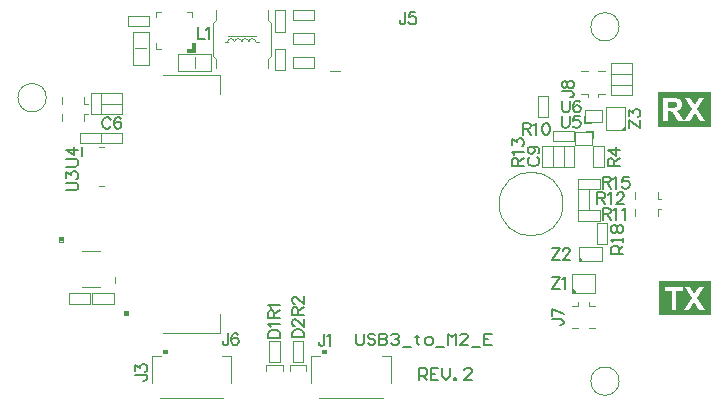
<source format=gto>
G04*
G04 #@! TF.GenerationSoftware,Altium Limited,Altium Designer,20.1.12 (249)*
G04*
G04 Layer_Color=65535*
%FSLAX44Y44*%
%MOMM*%
G71*
G04*
G04 #@! TF.SameCoordinates,A9FEEA33-96DE-4984-9D73-42BCD588803D*
G04*
G04*
G04 #@! TF.FilePolarity,Positive*
G04*
G01*
G75*
%ADD10C,0.1000*%
%ADD11C,0.2000*%
%ADD12C,0.1500*%
%ADD13R,0.3000X0.3000*%
%ADD14R,0.3500X0.4000*%
G36*
X171000Y299000D02*
Y301500D01*
X175500D01*
Y306000D01*
X178000D01*
Y299000D01*
X171000D01*
D02*
G37*
G36*
X500500Y95000D02*
X497000D01*
Y98500D01*
X500500Y95000D01*
D02*
G37*
G36*
X502750Y124775D02*
X505750Y121775D01*
X502750Y121775D01*
Y124775D01*
D02*
G37*
G36*
X542000Y236000D02*
Y232500D01*
X538500D01*
X542000Y236000D01*
D02*
G37*
G36*
X614534Y75618D02*
X571055D01*
Y104629D01*
X614534D01*
Y75618D01*
D02*
G37*
G36*
X614802Y235399D02*
X569523D01*
Y264606D01*
X614802D01*
Y235399D01*
D02*
G37*
%LPC*%
G36*
X609634Y99727D02*
X592389D01*
X598337Y90542D01*
X591776Y80520D01*
X596425D01*
X600699Y87155D01*
X604960Y80520D01*
X609634D01*
X603073Y90392D01*
X609047Y99727D01*
X609634D01*
D01*
D02*
G37*
G36*
X591776D02*
D01*
Y80520D01*
Y99727D01*
D02*
G37*
G36*
X591227D02*
X575955D01*
Y80520D01*
Y96478D01*
X581654D01*
Y80520D01*
X591227D01*
X585528D01*
Y96478D01*
X591227D01*
Y99727D01*
D02*
G37*
%LPD*%
G36*
X600774Y93554D02*
X596925Y99727D01*
X604548D01*
X600774Y93554D01*
D02*
G37*
%LPC*%
G36*
X609802Y259606D02*
X591944D01*
D01*
X592556D01*
X598505Y250421D01*
X591944Y240399D01*
X596593D01*
X600867Y247034D01*
X605128Y240399D01*
X609802D01*
X603241Y250271D01*
X609214Y259606D01*
X609802D01*
D02*
G37*
G36*
X591794D02*
X574523D01*
Y240399D01*
X578397D01*
Y248409D01*
X579422D01*
X579647Y248396D01*
X579859Y248384D01*
X580059Y248372D01*
X580234Y248359D01*
X580384Y248347D01*
X580534Y248322D01*
X580659Y248309D01*
X580772Y248284D01*
X580872Y248259D01*
X580947Y248247D01*
X581021Y248234D01*
X581072Y248222D01*
X581109Y248209D01*
X581121Y248197D01*
X581134D01*
X581359Y248097D01*
X581584Y247984D01*
X581784Y247847D01*
X581959Y247722D01*
X582096Y247597D01*
X582209Y247497D01*
X582284Y247422D01*
X582309Y247409D01*
Y247397D01*
X582421Y247272D01*
X582559Y247109D01*
X582696Y246922D01*
X582859Y246709D01*
X583021Y246485D01*
X583196Y246247D01*
X583533Y245760D01*
X583696Y245535D01*
X583846Y245310D01*
X583983Y245110D01*
X584108Y244935D01*
X584208Y244785D01*
X584283Y244673D01*
X584333Y244597D01*
X584346Y244585D01*
Y244573D01*
X587158Y240399D01*
X591794D01*
X589444Y244135D01*
X589194Y244548D01*
X588957Y244910D01*
X588720Y245260D01*
X588520Y245572D01*
X588320Y245860D01*
X588132Y246110D01*
X587970Y246335D01*
X587820Y246547D01*
X587682Y246709D01*
X587570Y246859D01*
X587470Y246984D01*
X587382Y247084D01*
X587320Y247159D01*
X587270Y247222D01*
X587245Y247247D01*
X587233Y247259D01*
X586908Y247584D01*
X586570Y247884D01*
X586220Y248159D01*
X585895Y248396D01*
X585745Y248496D01*
X585595Y248596D01*
X585470Y248671D01*
X585370Y248746D01*
X585283Y248796D01*
X585208Y248834D01*
X585171Y248859D01*
X585158Y248871D01*
X585620Y248946D01*
X586045Y249046D01*
X586445Y249171D01*
X586820Y249296D01*
X587158Y249446D01*
X587470Y249596D01*
X587757Y249746D01*
X588007Y249896D01*
X588232Y250046D01*
X588420Y250184D01*
X588582Y250308D01*
X588720Y250421D01*
X588820Y250508D01*
X588895Y250583D01*
X588945Y250634D01*
X588957Y250646D01*
X589182Y250921D01*
X589382Y251208D01*
X589544Y251496D01*
X589694Y251796D01*
X589819Y252096D01*
X589919Y252395D01*
X590007Y252683D01*
X590069Y252958D01*
X590119Y253220D01*
X590169Y253458D01*
X590194Y253670D01*
X590207Y253858D01*
X590219Y254008D01*
X590232Y254120D01*
Y254195D01*
Y254220D01*
X590219Y254533D01*
X590194Y254832D01*
X590157Y255132D01*
X590107Y255407D01*
X590032Y255670D01*
X589969Y255920D01*
X589894Y256157D01*
X589819Y256369D01*
X589732Y256569D01*
X589657Y256732D01*
X589594Y256882D01*
X589532Y257007D01*
X589469Y257107D01*
X589432Y257182D01*
X589407Y257232D01*
X589394Y257244D01*
X589232Y257482D01*
X589057Y257707D01*
X588882Y257907D01*
X588695Y258094D01*
X588507Y258256D01*
X588320Y258407D01*
X588132Y258544D01*
X587957Y258656D01*
X587795Y258756D01*
X587645Y258844D01*
X587507Y258919D01*
X587395Y258981D01*
X587295Y259031D01*
X587220Y259056D01*
X587170Y259081D01*
X587158D01*
X586883Y259169D01*
X586570Y259256D01*
X586233Y259331D01*
X585870Y259381D01*
X585133Y259481D01*
X584758Y259519D01*
X584396Y259544D01*
X584058Y259569D01*
X583733Y259581D01*
X583446Y259594D01*
X583184D01*
X583071Y259606D01*
X591794D01*
D01*
D02*
G37*
%LPD*%
G36*
X600941Y253433D02*
X597092Y259606D01*
X604715D01*
X600941Y253433D01*
D02*
G37*
G36*
X582871Y256345D02*
X583134D01*
X583358Y256332D01*
X583733D01*
X583871Y256320D01*
X583983D01*
X584071Y256307D01*
X584146D01*
X584196Y256294D01*
X584258D01*
X584596Y256220D01*
X584883Y256107D01*
X585133Y255982D01*
X585345Y255857D01*
X585508Y255732D01*
X585620Y255632D01*
X585695Y255557D01*
X585720Y255545D01*
Y255532D01*
X585895Y255295D01*
X586020Y255045D01*
X586108Y254782D01*
X586170Y254533D01*
X586208Y254307D01*
X586220Y254220D01*
Y254133D01*
X586233Y254070D01*
Y254008D01*
Y253983D01*
Y253970D01*
X586220Y253658D01*
X586170Y253383D01*
X586108Y253133D01*
X586045Y252933D01*
X585970Y252758D01*
X585908Y252633D01*
X585883Y252596D01*
X585858Y252558D01*
X585845Y252546D01*
Y252533D01*
X585683Y252333D01*
X585508Y252158D01*
X585333Y252021D01*
X585158Y251908D01*
X584995Y251821D01*
X584871Y251771D01*
X584821Y251746D01*
X584783Y251733D01*
X584771Y251721D01*
X584758D01*
X584608Y251683D01*
X584408Y251646D01*
X584171Y251608D01*
X583921Y251583D01*
X583646Y251558D01*
X583346Y251546D01*
X582759Y251508D01*
X582459D01*
X582196Y251496D01*
X581934D01*
X581721Y251483D01*
X578397D01*
Y256357D01*
X582571D01*
X582871Y256345D01*
D02*
G37*
D10*
X211500Y307000D02*
G03*
X205500Y307000I-3000J0D01*
G01*
X217500D02*
G03*
X211500Y307000I-3000J0D01*
G01*
X229500D02*
G03*
X223500Y307000I-3000J0D01*
G01*
D02*
G03*
X217500Y307000I-3000J0D01*
G01*
X489500Y170000D02*
G03*
X489500Y170000I-27000J0D01*
G01*
X537000Y20000D02*
G03*
X537000Y20000I-12000J0D01*
G01*
Y320000D02*
G03*
X537000Y320000I-12000J0D01*
G01*
X52000Y260000D02*
G03*
X52000Y260000I-12000J0D01*
G01*
X569500Y160000D02*
Y165500D01*
X572500D01*
X550500Y174500D02*
Y180000D01*
Y160000D02*
Y165500D01*
X569500Y174500D02*
Y180000D01*
Y174500D02*
X572500D01*
X245500Y316000D02*
X254500D01*
Y334000D01*
X245500Y316000D02*
Y334000D01*
X254500D01*
X205500Y312000D02*
X229500D01*
X229500Y307000D02*
X232000D01*
X203000D02*
X205500D01*
X193000Y295500D02*
Y323500D01*
X242000Y295500D02*
Y323500D01*
X193000D02*
X195500Y326000D01*
Y334000D01*
X193000Y295500D02*
X195500Y293000D01*
Y285000D02*
Y293000D01*
X239500D02*
X242000Y295500D01*
X239500Y285000D02*
Y293000D01*
Y326000D02*
X242000Y323500D01*
X239500Y326000D02*
Y334000D01*
X175500Y306000D02*
X178000D01*
Y299000D02*
Y306000D01*
X171000Y299000D02*
X178000D01*
X171000D02*
Y301500D01*
Y332500D02*
X175500D01*
Y328000D02*
Y332500D01*
X144500D02*
X149000D01*
X144500Y328000D02*
Y332500D01*
Y301500D02*
X149000D01*
X144500D02*
Y306000D01*
X171000Y301500D02*
X175500D01*
Y306000D01*
X245500Y301500D02*
X254500D01*
X245500Y283500D02*
Y301500D01*
X254500Y283500D02*
Y301500D01*
X245500Y283500D02*
X254500D01*
X261000Y285500D02*
X279000D01*
Y294500D01*
X261000Y285500D02*
Y294500D01*
X279000Y294500D01*
X261000Y314500D02*
X279000Y314500D01*
X261000Y305500D02*
Y314500D01*
X279000Y305500D02*
Y314500D01*
X261000Y305500D02*
X279000D01*
Y325500D02*
Y334500D01*
X261000Y325500D02*
X279000D01*
X261000Y334500D02*
X279000D01*
X261000Y325500D02*
Y334500D01*
X208500Y18500D02*
Y41500D01*
X201000D02*
X208500D01*
X148000Y6000D02*
X202000D01*
X141500Y18500D02*
Y41500D01*
X149000D01*
X154000Y43500D02*
Y46500D01*
X151000D02*
X152500D01*
X151000Y43500D02*
X154000D01*
X151000D02*
Y46500D01*
X154000D01*
X152500D02*
X154000D01*
X343500Y18500D02*
Y41500D01*
X336000D02*
X343500D01*
X283000Y6000D02*
X337000D01*
X276500Y18500D02*
Y41500D01*
X284000D01*
X289000Y43500D02*
Y46500D01*
X286000D02*
X287500D01*
X286000Y43500D02*
X289000D01*
X286000D02*
Y46500D01*
X289000D01*
X287500D02*
X289000D01*
X468000Y261500D02*
X477000D01*
Y243500D02*
Y261500D01*
X468000Y243500D02*
Y261500D01*
Y243500D02*
X477000D01*
X258000Y34000D02*
X272000D01*
X258000Y29000D02*
Y34000D01*
X272000Y29000D02*
Y34000D01*
X238000D02*
X252000D01*
X238000Y29000D02*
Y34000D01*
X252000Y29000D02*
Y34000D01*
X518000Y136000D02*
X527000D01*
X518000D02*
Y154000D01*
X527000Y136000D02*
Y154000D01*
X518000D02*
X527000D01*
X497000Y95000D02*
Y111000D01*
X517000D01*
Y95000D02*
Y111000D01*
X497000Y95000D02*
X517000D01*
X497000Y98500D02*
X500500Y95000D01*
X526000Y232500D02*
X542000D01*
X526000D02*
Y252500D01*
X542000D01*
Y232500D02*
Y252500D01*
X538500Y232500D02*
X542000Y236000D01*
X502750Y133775D02*
X522750D01*
X502750Y121775D02*
Y133775D01*
X522750Y121775D02*
Y133775D01*
X502750Y121775D02*
X522750D01*
X502750Y124775D02*
X505750Y121775D01*
X84000Y255000D02*
X87000Y255000D01*
X84000Y255000D02*
Y260500D01*
Y246000D02*
X87000Y246000D01*
X84000Y240500D02*
Y246000D01*
X65000Y255000D02*
Y260500D01*
X65000Y240500D02*
Y246000D01*
X121000Y329500D02*
X139000D01*
Y320500D02*
Y329500D01*
X121000Y320500D02*
X139000D01*
X121000D02*
Y329500D01*
X110500Y103000D02*
Y108000D01*
X82500Y100000D02*
X97500D01*
X82500Y130000D02*
X97500D01*
X81500Y211000D02*
X82000D01*
X81500Y218000D02*
X82000D01*
Y211000D02*
Y218000D01*
X96500Y185000D02*
X100500D01*
X96500Y218000D02*
X100500D01*
X81500Y211000D02*
Y218000D01*
X118000Y76000D02*
X121000D01*
X118000D02*
Y79000D01*
X121000D01*
Y76000D02*
Y79000D01*
X150500Y60500D02*
X199500D01*
X150500Y279500D02*
X199500D01*
Y60500D02*
Y76500D01*
Y263500D02*
Y279500D01*
X530000Y262000D02*
Y271000D01*
Y262000D02*
X548000D01*
Y271000D01*
X530000D02*
X548000D01*
X530000Y271000D02*
Y280000D01*
X548000D01*
X530000Y271000D02*
X548000D01*
Y280000D01*
X548000Y280000D02*
Y289000D01*
X530000Y280000D02*
X548000D01*
X530000Y289000D02*
X548000D01*
X530000Y280000D02*
Y289000D01*
X515000Y201500D02*
X524000D01*
Y219500D01*
X515000Y201500D02*
Y219500D01*
X524000D01*
X513000Y239250D02*
X513000Y238500D01*
X507000Y244500D02*
X507500D01*
X507000Y238500D02*
X513000D01*
X507000D02*
Y244500D01*
X507750Y239250D02*
Y249750D01*
Y239250D02*
X522250D01*
Y249750D01*
X507750D02*
X522250D01*
X499750Y220250D02*
X514250D01*
Y230750D01*
X499750Y220250D02*
Y230750D01*
X514500Y225500D02*
X515000D01*
X499750Y230750D02*
X514250D01*
X515000Y225500D02*
X515000Y231500D01*
X509000D02*
X515000D01*
X509000D02*
X509000Y230750D01*
X499000Y223000D02*
Y232000D01*
X481000Y232000D02*
X499000Y232000D01*
X481000Y223000D02*
X499000Y223000D01*
X481000Y223000D02*
Y232000D01*
X490000Y219500D02*
X499000D01*
X490000D02*
X490000Y201500D01*
X499000D01*
Y219500D01*
X481000D02*
X490000D01*
X490000Y201500D01*
X481000D02*
X481000Y219500D01*
X481000Y201500D02*
X490000D01*
X472000Y201500D02*
X481000Y201500D01*
X472000Y201500D02*
Y219500D01*
X481000D02*
X481000Y201500D01*
X472000Y219500D02*
X481000D01*
X519500Y260500D02*
Y263500D01*
X525000D01*
X505000Y282500D02*
X510500D01*
X519500D02*
X525000D01*
X510500Y260500D02*
Y263500D01*
X505000D02*
X510500D01*
X502500Y182500D02*
Y191500D01*
Y182500D02*
X520500D01*
X502500Y191500D02*
X520500D01*
X520500Y182500D02*
X520500Y191500D01*
X502500Y164500D02*
Y182500D01*
Y164500D02*
X511500D01*
X502500Y182500D02*
X511500D01*
Y164500D02*
Y182500D01*
X502500Y155500D02*
Y164500D01*
Y155500D02*
X520500D01*
X502500Y164500D02*
X520500Y164500D01*
Y155500D02*
Y164500D01*
X511500Y65000D02*
X517000D01*
X497000D02*
X502500D01*
X511500Y84000D02*
X517000D01*
X511500D02*
Y87000D01*
X497000Y84000D02*
X502500D01*
Y87000D01*
X260500Y36000D02*
Y54000D01*
Y36000D02*
X269500D01*
X260500Y54000D02*
X269500D01*
Y36000D02*
Y54000D01*
X240500Y36000D02*
Y54000D01*
Y36000D02*
X249500D01*
X240500Y54000D02*
X249500D01*
Y36000D02*
Y54000D01*
X91000Y85500D02*
Y94500D01*
Y85500D02*
X109000D01*
Y94500D01*
X91000D02*
X109000D01*
X89000Y85500D02*
Y94500D01*
X71000D02*
X89000D01*
X71000Y85500D02*
Y94500D01*
Y85500D02*
X89000D01*
X163500Y297000D02*
X191500D01*
X163500Y283000D02*
Y297000D01*
X191500Y283000D02*
Y297000D01*
X163500Y283000D02*
X191500D01*
X177500Y285500D02*
Y294500D01*
X292000Y283000D02*
X301000D01*
X98500Y221500D02*
Y230500D01*
Y221500D02*
X116500D01*
X98500Y230500D02*
X116500D01*
Y221500D02*
Y230500D01*
X80500Y221500D02*
Y230500D01*
Y221500D02*
X98500D01*
X80500Y230500D02*
X98500D01*
Y221500D02*
Y230500D01*
X124999Y287954D02*
Y315954D01*
Y287954D02*
X138999D01*
X124999Y315954D02*
X138999D01*
Y287954D02*
Y315954D01*
X127499Y301954D02*
X136499D01*
X98500Y246000D02*
X98500Y255000D01*
X98500Y246000D02*
X116500D01*
Y255000D01*
X98500D02*
X116500D01*
X98500D02*
X98500Y264000D01*
X98500Y255000D02*
X116500D01*
X116500Y264000D01*
X98500D02*
X116500D01*
X89500Y264000D02*
X89500Y246000D01*
X98500D01*
X89500Y264000D02*
X98500D01*
Y246000D02*
Y264000D01*
X62500Y142000D02*
X66000D01*
X62500Y138000D02*
Y142000D01*
X66000Y138000D02*
Y142000D01*
X62500Y138000D02*
X66000D01*
D11*
X367371Y20848D02*
Y30845D01*
X372370D01*
X374036Y29179D01*
Y25847D01*
X372370Y24181D01*
X367371D01*
X370704D02*
X374036Y20848D01*
X384033Y30845D02*
X377368D01*
Y20848D01*
X384033D01*
X377368Y25847D02*
X380700D01*
X387365Y30845D02*
Y24181D01*
X390697Y20848D01*
X394030Y24181D01*
Y30845D01*
X397362Y20848D02*
Y22515D01*
X399028D01*
Y20848D01*
X397362D01*
X412357D02*
X405692D01*
X412357Y27513D01*
Y29179D01*
X410691Y30845D01*
X407359D01*
X405692Y29179D01*
X314018Y60332D02*
Y52001D01*
X315685Y50335D01*
X319017D01*
X320683Y52001D01*
Y60332D01*
X330680Y58665D02*
X329014Y60332D01*
X325681D01*
X324015Y58665D01*
Y56999D01*
X325681Y55333D01*
X329014D01*
X330680Y53667D01*
Y52001D01*
X329014Y50335D01*
X325681D01*
X324015Y52001D01*
X334012Y60332D02*
Y50335D01*
X339011D01*
X340677Y52001D01*
Y53667D01*
X339011Y55333D01*
X334012D01*
X339011D01*
X340677Y56999D01*
Y58665D01*
X339011Y60332D01*
X334012D01*
X344009Y58665D02*
X345675Y60332D01*
X349007D01*
X350673Y58665D01*
Y56999D01*
X349007Y55333D01*
X347341D01*
X349007D01*
X350673Y53667D01*
Y52001D01*
X349007Y50335D01*
X345675D01*
X344009Y52001D01*
X354006Y48668D02*
X360670D01*
X365669Y58665D02*
Y56999D01*
X364002D01*
X367335D01*
X365669D01*
Y52001D01*
X367335Y50335D01*
X373999D02*
X377332D01*
X378998Y52001D01*
Y55333D01*
X377332Y56999D01*
X373999D01*
X372333Y55333D01*
Y52001D01*
X373999Y50335D01*
X382330Y48668D02*
X388994D01*
X392327Y50335D02*
Y60332D01*
X395659Y56999D01*
X398991Y60332D01*
Y50335D01*
X408988D02*
X402323D01*
X408988Y56999D01*
Y58665D01*
X407322Y60332D01*
X403989D01*
X402323Y58665D01*
X412320Y48668D02*
X418985D01*
X428982Y60332D02*
X422317D01*
Y50335D01*
X428982D01*
X422317Y55333D02*
X425649D01*
D12*
X539998Y127504D02*
X530002D01*
Y132502D01*
X531668Y134169D01*
X535000D01*
X536666Y132502D01*
Y127504D01*
Y130836D02*
X539998Y134169D01*
Y137501D02*
Y140833D01*
Y139167D01*
X530002D01*
X531668Y137501D01*
Y145831D02*
X530002Y147498D01*
Y150830D01*
X531668Y152496D01*
X533334D01*
X535000Y150830D01*
X536666Y152496D01*
X538332D01*
X539998Y150830D01*
Y147498D01*
X538332Y145831D01*
X536666D01*
X535000Y147498D01*
X533334Y145831D01*
X531668D01*
X535000Y147498D02*
Y150830D01*
X69001Y201716D02*
X76142D01*
X77571Y202192D01*
X78523Y203144D01*
X78999Y204573D01*
Y205525D01*
X78523Y206953D01*
X77571Y207905D01*
X76142Y208381D01*
X69001D01*
Y215903D02*
X75666Y211143D01*
Y218284D01*
X69001Y215903D02*
X78999D01*
X356012Y332185D02*
Y324567D01*
X355536Y323139D01*
X355060Y322663D01*
X354108Y322187D01*
X353156D01*
X352204Y322663D01*
X351728Y323139D01*
X351251Y324567D01*
Y325520D01*
X364296Y332185D02*
X359535D01*
X359059Y327900D01*
X359535Y328376D01*
X360964Y328852D01*
X362392D01*
X363820Y328376D01*
X364772Y327424D01*
X365248Y325996D01*
Y325043D01*
X364772Y323615D01*
X363820Y322663D01*
X362392Y322187D01*
X360964D01*
X359535Y322663D01*
X359059Y323139D01*
X358583Y324091D01*
X69001Y181454D02*
X76142D01*
X77571Y181930D01*
X78523Y182882D01*
X78999Y184311D01*
Y185263D01*
X78523Y186691D01*
X77571Y187643D01*
X76142Y188119D01*
X69001D01*
Y191833D02*
Y197070D01*
X72810Y194213D01*
Y195642D01*
X73286Y196594D01*
X73762Y197070D01*
X75190Y197546D01*
X76142D01*
X77571Y197070D01*
X78523Y196118D01*
X78999Y194689D01*
Y193261D01*
X78523Y191833D01*
X78047Y191357D01*
X77095Y190881D01*
X545001Y241381D02*
X554999Y234716D01*
X545001D02*
Y241381D01*
X554999Y234716D02*
Y241381D01*
X545001Y244571D02*
Y249808D01*
X548810Y246951D01*
Y248380D01*
X549286Y249332D01*
X549762Y249808D01*
X551190Y250284D01*
X552142D01*
X553571Y249808D01*
X554523Y248856D01*
X554999Y247428D01*
Y245999D01*
X554523Y244571D01*
X554047Y244095D01*
X553095Y243619D01*
X486912Y132820D02*
X480247Y122822D01*
Y132820D02*
X486912D01*
X480247Y122822D02*
X486912D01*
X489626Y130440D02*
Y130916D01*
X490102Y131868D01*
X490578Y132344D01*
X491530Y132820D01*
X493434D01*
X494386Y132344D01*
X494863Y131868D01*
X495339Y130916D01*
Y129964D01*
X494863Y129011D01*
X493910Y127583D01*
X489149Y122822D01*
X495815D01*
X486639Y108295D02*
X479974Y98297D01*
Y108295D02*
X486639D01*
X479974Y98297D02*
X486639D01*
X488877Y106391D02*
X489829Y106867D01*
X491257Y108295D01*
Y98297D01*
X488692Y257499D02*
Y250358D01*
X489168Y248929D01*
X490120Y247977D01*
X491549Y247501D01*
X492501D01*
X493929Y247977D01*
X494881Y248929D01*
X495357Y250358D01*
Y257499D01*
X503832Y256071D02*
X503356Y257023D01*
X501927Y257499D01*
X500975D01*
X499547Y257023D01*
X498595Y255595D01*
X498119Y253214D01*
Y250834D01*
X498595Y248929D01*
X499547Y247977D01*
X500975Y247501D01*
X501451D01*
X502880Y247977D01*
X503832Y248929D01*
X504308Y250358D01*
Y250834D01*
X503832Y252262D01*
X502880Y253214D01*
X501451Y253690D01*
X500975D01*
X499547Y253214D01*
X498595Y252262D01*
X498119Y250834D01*
X488454Y244499D02*
Y237358D01*
X488930Y235929D01*
X489882Y234977D01*
X491311Y234501D01*
X492263D01*
X493691Y234977D01*
X494643Y235929D01*
X495119Y237358D01*
Y244499D01*
X503594D02*
X498833D01*
X498357Y240214D01*
X498833Y240690D01*
X500261Y241166D01*
X501689D01*
X503118Y240690D01*
X504070Y239738D01*
X504546Y238310D01*
Y237358D01*
X504070Y235929D01*
X503118Y234977D01*
X501689Y234501D01*
X500261D01*
X498833Y234977D01*
X498357Y235453D01*
X497881Y236405D01*
X523050Y192999D02*
Y183001D01*
Y192999D02*
X527335D01*
X528763Y192523D01*
X529239Y192047D01*
X529715Y191095D01*
Y190142D01*
X529239Y189190D01*
X528763Y188714D01*
X527335Y188238D01*
X523050D01*
X526383D02*
X529715Y183001D01*
X531953Y191095D02*
X532905Y191571D01*
X534333Y192999D01*
Y183001D01*
X544998Y192999D02*
X540237D01*
X539761Y188714D01*
X540237Y189190D01*
X541665Y189666D01*
X543093D01*
X544522Y189190D01*
X545474Y188238D01*
X545950Y186810D01*
Y185858D01*
X545474Y184429D01*
X544522Y183477D01*
X543093Y183001D01*
X541665D01*
X540237Y183477D01*
X539761Y183953D01*
X539285Y184905D01*
X446501Y202550D02*
X456499D01*
X446501D02*
Y206835D01*
X446977Y208263D01*
X447453Y208739D01*
X448405Y209215D01*
X449358D01*
X450310Y208739D01*
X450786Y208263D01*
X451262Y206835D01*
Y202550D01*
Y205883D02*
X456499Y209215D01*
X448405Y211453D02*
X447929Y212405D01*
X446501Y213833D01*
X456499D01*
X446501Y219737D02*
Y224974D01*
X450310Y222117D01*
Y223546D01*
X450786Y224498D01*
X451262Y224974D01*
X452690Y225450D01*
X453642D01*
X455071Y224974D01*
X456023Y224022D01*
X456499Y222593D01*
Y221165D01*
X456023Y219737D01*
X455547Y219261D01*
X454595Y218785D01*
X518515Y179715D02*
Y169717D01*
Y179715D02*
X522800D01*
X524228Y179239D01*
X524704Y178763D01*
X525180Y177810D01*
Y176858D01*
X524704Y175906D01*
X524228Y175430D01*
X522800Y174954D01*
X518515D01*
X521848D02*
X525180Y169717D01*
X527418Y177810D02*
X528370Y178287D01*
X529798Y179715D01*
Y169717D01*
X535226Y177334D02*
Y177810D01*
X535702Y178763D01*
X536178Y179239D01*
X537130Y179715D01*
X539035D01*
X539987Y179239D01*
X540463Y178763D01*
X540939Y177810D01*
Y176858D01*
X540463Y175906D01*
X539511Y174478D01*
X534750Y169717D01*
X541415D01*
X523055Y166382D02*
Y156384D01*
Y166382D02*
X527340D01*
X528768Y165906D01*
X529244Y165429D01*
X529720Y164477D01*
Y163525D01*
X529244Y162573D01*
X528768Y162097D01*
X527340Y161621D01*
X523055D01*
X526388D02*
X529720Y156384D01*
X531958Y164477D02*
X532910Y164953D01*
X534338Y166382D01*
Y156384D01*
X539290Y164477D02*
X540242Y164953D01*
X541670Y166382D01*
Y156384D01*
X455550Y238499D02*
Y228501D01*
Y238499D02*
X459835D01*
X461263Y238023D01*
X461739Y237547D01*
X462215Y236595D01*
Y235642D01*
X461739Y234690D01*
X461263Y234214D01*
X459835Y233738D01*
X455550D01*
X458883D02*
X462215Y228501D01*
X464453Y236595D02*
X465405Y237071D01*
X466833Y238499D01*
Y228501D01*
X474641Y238499D02*
X473213Y238023D01*
X472261Y236595D01*
X471785Y234214D01*
Y232786D01*
X472261Y230405D01*
X473213Y228977D01*
X474641Y228501D01*
X475593D01*
X477022Y228977D01*
X477974Y230405D01*
X478450Y232786D01*
Y234214D01*
X477974Y236595D01*
X477022Y238023D01*
X475593Y238499D01*
X474641D01*
X527501Y201978D02*
X537499D01*
X527501D02*
Y206263D01*
X527977Y207691D01*
X528453Y208167D01*
X529405Y208643D01*
X530358D01*
X531310Y208167D01*
X531786Y207691D01*
X532262Y206263D01*
Y201978D01*
Y205311D02*
X537499Y208643D01*
X527501Y215642D02*
X534166Y210881D01*
Y218022D01*
X527501Y215642D02*
X537499D01*
X260001Y76216D02*
X269999D01*
X260001D02*
Y80501D01*
X260477Y81929D01*
X260953Y82405D01*
X261905Y82881D01*
X262858D01*
X263810Y82405D01*
X264286Y81929D01*
X264762Y80501D01*
Y76216D01*
Y79549D02*
X269999Y82881D01*
X262381Y85595D02*
X261905D01*
X260953Y86071D01*
X260477Y86547D01*
X260001Y87499D01*
Y89404D01*
X260477Y90356D01*
X260953Y90832D01*
X261905Y91308D01*
X262858D01*
X263810Y90832D01*
X265238Y89880D01*
X269999Y85119D01*
Y91784D01*
X240001Y73358D02*
X249999D01*
X240001D02*
Y77643D01*
X240477Y79071D01*
X240953Y79548D01*
X241905Y80024D01*
X242858D01*
X243810Y79548D01*
X244286Y79071D01*
X244762Y77643D01*
Y73358D01*
Y76691D02*
X249999Y80024D01*
X241905Y82261D02*
X241429Y83213D01*
X240001Y84642D01*
X249999D01*
X180406Y319499D02*
Y309501D01*
X186119D01*
X187214Y317595D02*
X188166Y318071D01*
X189594Y319499D01*
Y309501D01*
X488757Y265236D02*
X496374D01*
X497802Y264760D01*
X498278Y264284D01*
X498755Y263332D01*
Y262380D01*
X498278Y261428D01*
X497802Y260951D01*
X496374Y260475D01*
X495422D01*
X488757Y270188D02*
X489233Y268759D01*
X490185Y268283D01*
X491137D01*
X492089Y268759D01*
X492565Y269712D01*
X493041Y271616D01*
X493517Y273044D01*
X494470Y273996D01*
X495422Y274472D01*
X496850D01*
X497802Y273996D01*
X498278Y273520D01*
X498755Y272092D01*
Y270188D01*
X498278Y268759D01*
X497802Y268283D01*
X496850Y267807D01*
X495422D01*
X494470Y268283D01*
X493517Y269235D01*
X493041Y270664D01*
X492565Y272568D01*
X492089Y273520D01*
X491137Y273996D01*
X490185D01*
X489233Y273520D01*
X488757Y272092D01*
Y270188D01*
X480001Y72262D02*
X487618D01*
X489047Y71786D01*
X489523Y71310D01*
X489999Y70358D01*
Y69406D01*
X489523Y68454D01*
X489047Y67978D01*
X487618Y67502D01*
X486666D01*
X480001Y81498D02*
X489999Y76738D01*
X480001Y74833D02*
Y81498D01*
X206000Y60499D02*
Y52881D01*
X205524Y51453D01*
X205048Y50977D01*
X204096Y50501D01*
X203144D01*
X202192Y50977D01*
X201716Y51453D01*
X201240Y52881D01*
Y53834D01*
X214284Y59071D02*
X213808Y60023D01*
X212380Y60499D01*
X211428D01*
X210000Y60023D01*
X209047Y58595D01*
X208571Y56214D01*
Y53834D01*
X209047Y51929D01*
X210000Y50977D01*
X211428Y50501D01*
X211904D01*
X213332Y50977D01*
X214284Y51929D01*
X214760Y53358D01*
Y53834D01*
X214284Y55262D01*
X213332Y56214D01*
X211904Y56690D01*
X211428D01*
X210000Y56214D01*
X209047Y55262D01*
X208571Y53834D01*
X127501Y25262D02*
X135119D01*
X136547Y24786D01*
X137023Y24310D01*
X137499Y23358D01*
Y22406D01*
X137023Y21454D01*
X136547Y20978D01*
X135119Y20501D01*
X134166D01*
X127501Y28785D02*
Y34022D01*
X131310Y31166D01*
Y32594D01*
X131786Y33546D01*
X132262Y34022D01*
X133690Y34499D01*
X134642D01*
X136071Y34022D01*
X137023Y33070D01*
X137499Y31642D01*
Y30214D01*
X137023Y28785D01*
X136547Y28309D01*
X135595Y27833D01*
X287405Y59999D02*
Y52382D01*
X286929Y50953D01*
X286453Y50477D01*
X285500Y50001D01*
X284548D01*
X283596Y50477D01*
X283120Y50953D01*
X282644Y52382D01*
Y53334D01*
X289976Y58095D02*
X290928Y58571D01*
X292356Y59999D01*
Y50001D01*
X260001Y57216D02*
X269999D01*
X260001D02*
Y60549D01*
X260477Y61977D01*
X261429Y62929D01*
X262381Y63405D01*
X263810Y63881D01*
X266190D01*
X267619Y63405D01*
X268571Y62929D01*
X269523Y61977D01*
X269999Y60549D01*
Y57216D01*
X262381Y66595D02*
X261905D01*
X260953Y67071D01*
X260477Y67547D01*
X260001Y68499D01*
Y70404D01*
X260477Y71356D01*
X260953Y71832D01*
X261905Y72308D01*
X262858D01*
X263810Y71832D01*
X265238Y70880D01*
X269999Y66119D01*
Y72784D01*
X240001Y56858D02*
X249999D01*
X240001D02*
Y60191D01*
X240477Y61619D01*
X241429Y62571D01*
X242381Y63047D01*
X243810Y63524D01*
X246190D01*
X247619Y63047D01*
X248571Y62571D01*
X249523Y61619D01*
X249999Y60191D01*
Y56858D01*
X241905Y65761D02*
X241429Y66713D01*
X240001Y68142D01*
X249999D01*
X461881Y209572D02*
X460929Y209095D01*
X459977Y208143D01*
X459501Y207191D01*
Y205287D01*
X459977Y204335D01*
X460929Y203382D01*
X461881Y202906D01*
X463310Y202430D01*
X465690D01*
X467118Y202906D01*
X468071Y203382D01*
X469023Y204335D01*
X469499Y205287D01*
Y207191D01*
X469023Y208143D01*
X468071Y209095D01*
X467118Y209572D01*
X462834Y218570D02*
X464262Y218094D01*
X465214Y217141D01*
X465690Y215713D01*
Y215237D01*
X465214Y213809D01*
X464262Y212857D01*
X462834Y212381D01*
X462358D01*
X460929Y212857D01*
X459977Y213809D01*
X459501Y215237D01*
Y215713D01*
X459977Y217141D01*
X460929Y218094D01*
X462834Y218570D01*
X465214D01*
X467595Y218094D01*
X469023Y217141D01*
X469499Y215713D01*
Y214761D01*
X469023Y213333D01*
X468071Y212857D01*
X106572Y241119D02*
X106096Y242071D01*
X105143Y243023D01*
X104191Y243499D01*
X102287D01*
X101335Y243023D01*
X100382Y242071D01*
X99906Y241119D01*
X99430Y239690D01*
Y237310D01*
X99906Y235882D01*
X100382Y234929D01*
X101335Y233977D01*
X102287Y233501D01*
X104191D01*
X105143Y233977D01*
X106096Y234929D01*
X106572Y235882D01*
X115094Y242071D02*
X114618Y243023D01*
X113189Y243499D01*
X112237D01*
X110809Y243023D01*
X109857Y241595D01*
X109381Y239214D01*
Y236834D01*
X109857Y234929D01*
X110809Y233977D01*
X112237Y233501D01*
X112713D01*
X114142Y233977D01*
X115094Y234929D01*
X115570Y236358D01*
Y236834D01*
X115094Y238262D01*
X114142Y239214D01*
X112713Y239690D01*
X112237D01*
X110809Y239214D01*
X109857Y238262D01*
X109381Y236834D01*
D13*
X152500Y45000D02*
D03*
X287500D02*
D03*
X119500Y77502D02*
D03*
D14*
X64251Y140001D02*
D03*
M02*

</source>
